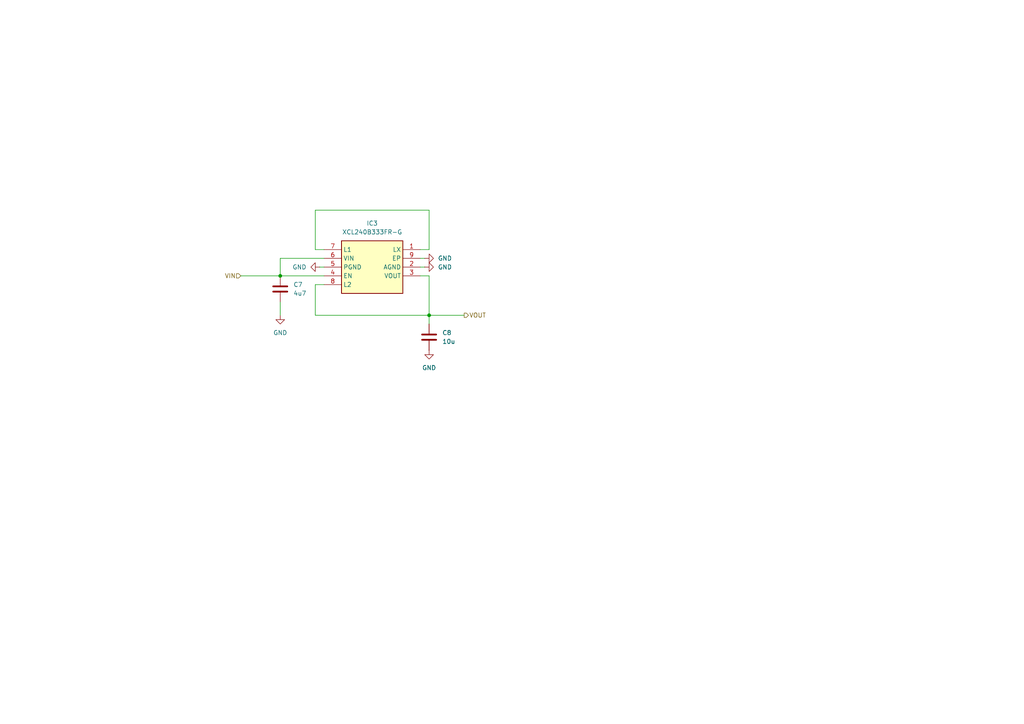
<source format=kicad_sch>
(kicad_sch (version 20231120) (generator "eeschema") (generator_version "8.0")
  (paper "A4")
  (lib_symbols
    (symbol "Device:C" (pin_numbers hide) (pin_names (offset 0.254))
      (property "Reference" "C" (at 0.635 2.54 0))
      (property "Value" "C" (at 0.635 -2.54 0))
      (symbol "C_0_1"
        (polyline (pts (xy -2.032 -0.762) (xy 2.032 -0.762)) (stroke (width 0.508)))
        (polyline (pts (xy -2.032 0.762) (xy 2.032 0.762)) (stroke (width 0.508)))
      )
      (symbol "C_1_1"
        (pin passive line (at 0 3.81 270) (length 2.794) (name "~") (number "1"))
        (pin passive line (at 0 -3.81 90) (length 2.794) (name "~") (number "2"))
      )
    )
    (symbol "SamacSys_Parts:XCL240B333FR-G"
      (property "Reference" "IC3" (at 13.97 -17.78 0))
      (property "Value" "XCL240B333FR-G" (at 13.97 -15.24 0))
      (symbol "XCL240B333FR-G_1_1"
        (rectangle (start 5.08 2.54) (end 22.86 -12.7) (stroke (width 0.254)) (fill (type background)))
        (pin passive line (at 27.94 0 180) (length 5.08) (name "LX") (number "1"))
        (pin passive line (at 27.94 -5.08 180) (length 5.08) (name "AGND") (number "2"))
        (pin passive line (at 27.94 -7.62 180) (length 5.08) (name "VOUT") (number "3"))
        (pin passive line (at 0 -7.62 0) (length 5.08) (name "EN") (number "4"))
        (pin passive line (at 0 -5.08 0) (length 5.08) (name "PGND") (number "5"))
        (pin passive line (at 0 -2.54 0) (length 5.08) (name "VIN") (number "6"))
        (pin passive line (at 0 0 0) (length 5.08) (name "L1") (number "7"))
        (pin passive line (at 0 -10.16 0) (length 5.08) (name "L2") (number "8"))
        (pin passive line (at 27.94 -2.54 180) (length 5.08) (name "EP") (number "9"))
      )
    )
    (symbol "power:GND" (power) (pin_numbers hide) (pin_names (offset 0) hide)
      (property "Value" "GND" (at 0 -3.81 0))
      (symbol "GND_0_1"
        (polyline (pts (xy 0 0) (xy 0 -1.27) (xy 1.27 -1.27) (xy 0 -2.54) (xy -1.27 -1.27) (xy 0 -1.27)))
      )
      (symbol "GND_1_1"
        (pin power_in line (at 0 0 270) (length 0) (name "~") (number "1"))
      )
    )
  )
  (junction (at 124.46 91.44))
  (junction (at 81.28 80.01))
  (wire (pts (xy 124.46 91.44) (xy 134.62 91.44)))
  (wire (pts (xy 124.46 80.01) (xy 124.46 91.44)))
  (wire (pts (xy 124.46 72.39) (xy 121.92 72.39)))
  (wire (pts (xy 91.44 82.55) (xy 91.44 91.44)))
  (wire (pts (xy 91.44 60.96) (xy 91.44 72.39)))
  (wire (pts (xy 92.71 77.47) (xy 93.98 77.47)))
  (wire (pts (xy 93.98 80.01) (xy 81.28 80.01)))
  (wire (pts (xy 91.44 91.44) (xy 124.46 91.44)))
  (wire (pts (xy 81.28 74.93) (xy 93.98 74.93)))
  (wire (pts (xy 93.98 82.55) (xy 91.44 82.55)))
  (wire (pts (xy 124.46 91.44) (xy 124.46 93.98)))
  (wire (pts (xy 91.44 72.39) (xy 93.98 72.39)))
  (wire (pts (xy 69.85 80.01) (xy 81.28 80.01)))
  (wire (pts (xy 121.92 74.93) (xy 123.19 74.93)))
  (wire (pts (xy 81.28 91.44) (xy 81.28 87.63)))
  (wire (pts (xy 121.92 80.01) (xy 124.46 80.01)))
  (wire (pts (xy 81.28 80.01) (xy 81.28 74.93)))
  (wire (pts (xy 124.46 72.39) (xy 124.46 60.96)))
  (wire (pts (xy 124.46 60.96) (xy 91.44 60.96)))
  (wire (pts (xy 123.19 77.47) (xy 121.92 77.47)))
  (hierarchical_label "VIN" (shape input) (at 69.85 80.01 180))
  (hierarchical_label "VOUT" (shape output) (at 134.62 91.44 0))
  (symbol (lib_id "SamacSys_Parts:XCL240B333FR-G") (at 93.98 72.39 0) (unit 1)
    (property "Reference" "IC3" (at 107.95 64.77 0))
    (property "Value" "XCL240B333FR-G" (at 107.95 67.31 0))
    (property "Footprint" "XCL103D503CRG" (effects (hide yes)))
    (property "Datasheet" "https://product.torexsemi.com/system/files/series/xcl240.pdf" (effects (hide yes)))
    (property "Description" "HiSAT-COT  Control 1A Inductor Built-in Step-Down micro DC/DC Converters" (effects (hide yes)))
    (property "Height" "1.04" (effects (hide yes)))
    (property "Manufacturer_Name" "Torex" (effects (hide yes)))
    (property "Manufacturer_Part_Number" "XCL240B333FR-G" (effects (hide yes)))
  )
  (symbol (lib_id "Device:C") (at 81.28 83.82 0) (unit 1)
    (property "Reference" "C7" (at 85.09 82.5499 0) (effects (justify left)))
    (property "Value" "4u7" (at 85.09 85.0899 0) (effects (justify left)))
    (property "Description" "Unpolarized capacitor" (effects (hide yes)))
  )
  (symbol (lib_id "power:GND") (at 123.19 77.47 90) (unit 1)
    (property "Reference" "#PWR015" (effects (hide yes)))
    (property "Value" "GND" (at 127 77.4699 90) (effects (justify right)))
    (property "Description" "Power symbol creates a global label with name \"GND\" , ground" (effects (hide yes)))
  )
  (symbol (lib_id "power:GND") (at 81.28 91.44 0) (unit 1)
    (property "Reference" "#PWR014" (effects (hide yes)))
    (property "Value" "GND" (at 81.28 96.52 0))
    (property "Description" "Power symbol creates a global label with name \"GND\" , ground" (effects (hide yes)))
  )
  (symbol (lib_id "Device:C") (at 124.46 97.79 0) (unit 1)
    (property "Reference" "C8" (at 128.27 96.5199 0) (effects (justify left)))
    (property "Value" "10u" (at 128.27 99.0599 0) (effects (justify left)))
    (property "Description" "Unpolarized capacitor" (effects (hide yes)))
  )
  (symbol (lib_id "power:GND") (at 124.46 101.6 0) (unit 1)
    (property "Reference" "#PWR017" (effects (hide yes)))
    (property "Value" "GND" (at 124.46 106.68 0))
    (property "Description" "Power symbol creates a global label with name \"GND\" , ground" (effects (hide yes)))
  )
  (symbol (lib_id "power:GND") (at 92.71 77.47 270) (unit 1)
    (property "Reference" "#PWR018" (effects (hide yes)))
    (property "Value" "GND" (at 88.9 77.4699 90) (effects (justify right)))
    (property "Description" "Power symbol creates a global label with name \"GND\" , ground" (effects (hide yes)))
  )
  (symbol (lib_id "power:GND") (at 123.19 74.93 90) (unit 1)
    (property "Reference" "#PWR016" (effects (hide yes)))
    (property "Value" "GND" (at 127 74.9299 90) (effects (justify right)))
    (property "Description" "Power symbol creates a global label with name \"GND\" , ground" (effects (hide yes)))
  )
)
</source>
